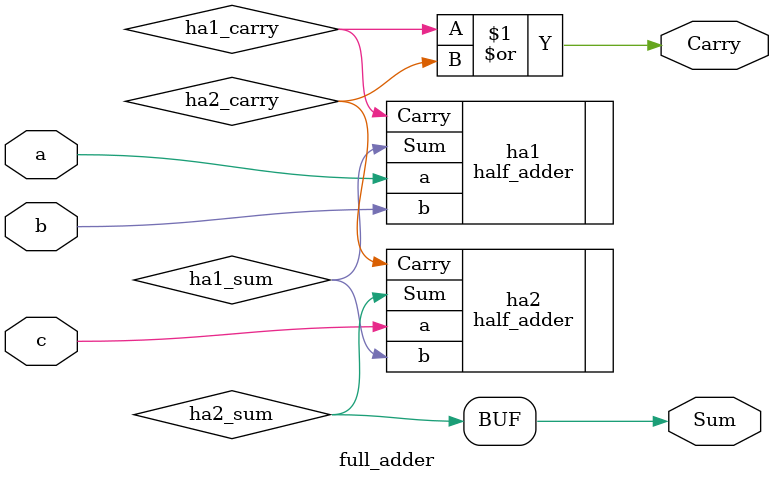
<source format=v>
`timescale 1ns / 1ps
module FA2HA(a,b,cin,sum,carry
    );
 input a;
    input b;
    input cin;
    output sum;
    output carry;
assign x=a ^ b;
assign sum=x^cin;
assign y=x & cin;
assign z=a & b;
assign carry= y | z;
endmodule

module full_adder(a,b,c,Sum,Carry);
     input a,b,c;
     output Sum,Carry;
     wire ha1_sum;
     wire ha2_sum;
     wire ha1_carry;
     wire ha2_carry;
     wire Sum,Carry;

     //Instantiate the half adder 1
    half_adder  ha1(
        .a(a),
        .b(b),
        .Sum(ha1_sum),
        .Carry(ha1_carry)
    );
    
    //Instantiate the half adder 2
    half_adder  ha2(
        .a(c),
        .b(ha1_sum),
        .Sum(ha2_sum),
        .Carry(ha2_carry)
    );
    assign Sum = ha2_sum;  
    assign Carry = ha1_carry | ha2_carry;
    

endmodule

</source>
